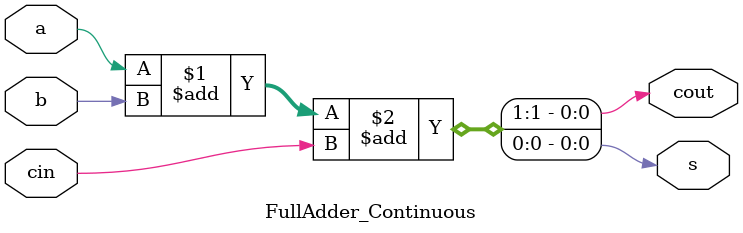
<source format=v>
`timescale 1ns / 1ns

module FullAdder_Procedural(
    output reg cout,
    output reg s,
    input wire cin,
    input wire a,
    input wire b
    );
    always @(a or b or cin)
    /*-Logic style-*/
    begin
        s = a ^ b ^ cin ; // |=or &=and ^=xor
        cout = (a&b) | ((a^b)&cin) ; 
    end
endmodule

module FullAdder_Continuous(
    output wire cout,s,
    input wire cin,a,b
    );
    /*-Arithmetic style-*/
assign {cout,s} = a + b + cin;
endmodule


</source>
